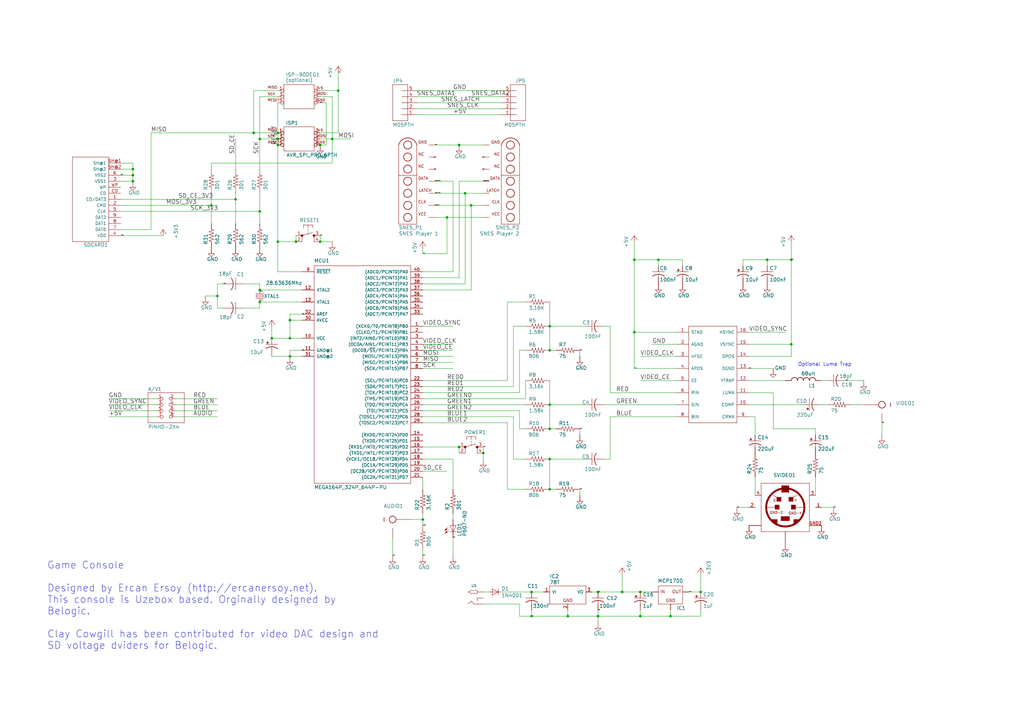
<source format=kicad_sch>
(kicad_sch (version 20231120) (generator "eeschema") (generator_version "8.0")
  (paper "User" 430.606 299.847)
  (junction (at 231.14 205.74))
  (junction (at 134.62 60.96))
  (junction (at 121.92 134.62))
  (junction (at 55.88 73.66))
  (junction (at 203.2 190.5))
  (junction (at 281.94 259.08))
  (junction (at 124.46 101.6))
  (junction (at 231.14 193.04))
  (junction (at 121.92 142.24))
  (junction (at 121.92 149.86))
  (junction (at 116.84 58.42))
  (junction (at 261.62 248.92))
  (junction (at 251.46 259.08))
  (junction (at 187.96 91.44))
  (junction (at 55.88 71.12))
  (junction (at 99.06 83.82))
  (junction (at 177.8 218.44))
  (junction (at 251.46 248.92))
  (junction (at 134.62 101.6))
  (junction (at 109.22 88.9))
  (junction (at 231.14 170.18))
  (junction (at 231.14 137.16))
  (junction (at 193.04 60.96))
  (junction (at 139.7 58.42))
  (junction (at 294.64 248.92))
  (junction (at 195.58 81.28))
  (junction (at 223.52 259.08))
  (junction (at 238.76 259.08))
  (junction (at 269.24 259.08))
  (junction (at 114.3 142.24))
  (junction (at 266.7 109.22))
  (junction (at 322.58 109.22))
  (junction (at 266.7 139.7))
  (junction (at 231.14 147.32))
  (junction (at 109.22 58.42))
  (junction (at 88.9 86.36))
  (junction (at 116.84 55.88))
  (junction (at 55.88 76.2))
  (junction (at 223.52 248.92))
  (junction (at 193.04 187.96))
  (junction (at 106.68 55.88))
  (junction (at 109.22 121.92))
  (junction (at 198.12 86.36))
  (junction (at 269.24 248.92))
  (junction (at 142.24 38.1))
  (junction (at 116.84 101.6))
  (junction (at 332.74 144.78))
  (junction (at 91.44 124.46))
  (junction (at 109.22 127))
  (junction (at 231.14 180.34))
  (junction (at 116.84 60.96))
  (junction (at 276.86 109.22))
  (junction (at 332.74 109.22))
  (wire (pts (xy 177.8 154.94) (xy 190.5 154.94)))
  (wire (pts (xy 190.5 193.04) (xy 190.5 205.74)))
  (wire (pts (xy 121.92 132.08) (xy 121.92 134.62)))
  (wire (pts (xy 109.22 129.54) (xy 109.22 127)))
  (wire (pts (xy 269.24 259.08) (xy 251.46 259.08)))
  (wire (pts (xy 276.86 109.22) (xy 266.7 109.22)))
  (wire (pts (xy 223.52 259.08) (xy 218.44 259.08)))
  (wire (pts (xy 55.88 68.58) (xy 55.88 71.12)))
  (wire (pts (xy 73.66 170.18) (xy 91.44 170.18)))
  (wire (pts (xy 124.46 99.06) (xy 124.46 101.6)))
  (wire (pts (xy 93.98 119.38) (xy 91.44 119.38)))
  (wire (pts (xy 312.42 109.22) (xy 322.58 109.22)))
  (wire (pts (xy 177.8 218.44) (xy 177.8 215.9)))
  (wire (pts (xy 50.8 99.06) (xy 68.58 99.06)))
  (wire (pts (xy 220.98 137.16) (xy 215.9 137.16)))
  (wire (pts (xy 134.62 101.6) (xy 139.7 101.6)))
  (wire (pts (xy 254 170.18) (xy 284.48 170.18)))
  (wire (pts (xy 127 134.62) (xy 121.92 134.62)))
  (wire (pts (xy 175.26 43.18) (xy 210.82 43.18)))
  (wire (pts (xy 218.44 254) (xy 203.2 254)))
  (wire (pts (xy 309.88 213.36) (xy 314.96 213.36)))
  (wire (pts (xy 193.04 60.96) (xy 203.2 60.96)))
  (wire (pts (xy 139.7 40.64) (xy 139.7 58.42)))
  (wire (pts (xy 50.8 83.82) (xy 99.06 83.82)))
  (wire (pts (xy 294.64 259.08) (xy 281.94 259.08)))
  (wire (pts (xy 228.6 248.92) (xy 223.52 248.92)))
  (wire (pts (xy 342.9 208.28) (xy 342.9 200.66)))
  (wire (pts (xy 116.84 60.96) (xy 116.84 101.6)))
  (wire (pts (xy 256.54 193.04) (xy 256.54 175.26)))
  (wire (pts (xy 210.82 248.92) (xy 223.52 248.92)))
  (wire (pts (xy 289.56 248.92) (xy 294.64 248.92)))
  (wire (pts (xy 124.46 101.6) (xy 116.84 101.6)))
  (wire (pts (xy 190.5 226.06) (xy 190.5 233.68)))
  (wire (pts (xy 121.92 134.62) (xy 121.92 142.24)))
  (wire (pts (xy 281.94 256.54) (xy 281.94 259.08)))
  (wire (pts (xy 256.54 175.26) (xy 284.48 175.26)))
  (wire (pts (xy 101.6 119.38) (xy 109.22 119.38)))
  (wire (pts (xy 231.14 127) (xy 231.14 137.16)))
  (wire (pts (xy 317.5 175.26) (xy 317.5 182.88)))
  (wire (pts (xy 213.36 127) (xy 213.36 160.02)))
  (wire (pts (xy 137.16 43.18) (xy 137.16 60.96)))
  (wire (pts (xy 251.46 259.08) (xy 251.46 261.62)))
  (wire (pts (xy 109.22 88.9) (xy 50.8 88.9)))
  (wire (pts (xy 134.62 58.42) (xy 139.7 58.42)))
  (wire (pts (xy 220.98 170.18) (xy 177.8 170.18)))
  (wire (pts (xy 142.24 38.1) (xy 142.24 55.88)))
  (wire (pts (xy 50.8 96.52) (xy 63.5 96.52)))
  (wire (pts (xy 50.8 68.58) (xy 55.88 68.58)))
  (wire (pts (xy 215.9 175.26) (xy 177.8 175.26)))
  (wire (pts (xy 322.58 109.22) (xy 332.74 109.22)))
  (wire (pts (xy 175.26 38.1) (xy 210.82 38.1)))
  (wire (pts (xy 231.14 170.18) (xy 231.14 180.34)))
  (wire (pts (xy 73.66 167.64) (xy 91.44 167.64)))
  (wire (pts (xy 175.26 40.64) (xy 190.5 40.64)))
  (wire (pts (xy 223.52 259.08) (xy 238.76 259.08)))
  (wire (pts (xy 243.84 147.32) (xy 243.84 149.86)))
  (wire (pts (xy 114.3 142.24) (xy 121.92 142.24)))
  (wire (pts (xy 99.06 93.98) (xy 99.06 83.82)))
  (wire (pts (xy 220.98 127) (xy 213.36 127)))
  (wire (pts (xy 190.5 76.2) (xy 190.5 114.3)))
  (wire (pts (xy 203.2 76.2) (xy 193.04 76.2)))
  (wire (pts (xy 314.96 139.7) (xy 330.2 139.7)))
  (wire (pts (xy 220.98 205.74) (xy 213.36 205.74)))
  (wire (pts (xy 218.44 165.1) (xy 177.8 165.1)))
  (wire (pts (xy 93.98 129.54) (xy 91.44 129.54)))
  (wire (pts (xy 322.58 109.22) (xy 322.58 111.76)))
  (wire (pts (xy 215.9 193.04) (xy 215.9 175.26)))
  (wire (pts (xy 287.02 111.76) (xy 287.02 109.22)))
  (wire (pts (xy 231.14 180.34) (xy 233.68 180.34)))
  (wire (pts (xy 109.22 88.9) (xy 109.22 81.28)))
  (wire (pts (xy 177.8 147.32) (xy 190.5 147.32)))
  (wire (pts (xy 175.26 45.72) (xy 210.82 45.72)))
  (wire (pts (xy 256.54 165.1) (xy 284.48 165.1)))
  (wire (pts (xy 246.38 137.16) (xy 231.14 137.16)))
  (wire (pts (xy 203.2 187.96) (xy 203.2 190.5)))
  (wire (pts (xy 177.8 106.68) (xy 187.96 106.68)))
  (wire (pts (xy 314.96 144.78) (xy 332.74 144.78)))
  (wire (pts (xy 370.84 177.8) (xy 370.84 182.88)))
  (wire (pts (xy 99.06 83.82) (xy 99.06 81.28)))
  (wire (pts (xy 251.46 256.54) (xy 251.46 259.08)))
  (wire (pts (xy 218.44 259.08) (xy 218.44 254)))
  (wire (pts (xy 172.72 218.44) (xy 177.8 218.44)))
  (wire (pts (xy 66.04 175.26) (xy 45.72 175.26)))
  (wire (pts (xy 50.8 76.2) (xy 55.88 76.2)))
  (wire (pts (xy 266.7 139.7) (xy 266.7 154.94)))
  (wire (pts (xy 284.48 160.02) (xy 269.24 160.02)))
  (wire (pts (xy 332.74 149.86) (xy 332.74 144.78)))
  (wire (pts (xy 137.16 60.96) (xy 134.62 60.96)))
  (wire (pts (xy 134.62 40.64) (xy 139.7 40.64)))
  (wire (pts (xy 218.44 180.34) (xy 218.44 172.72)))
  (wire (pts (xy 139.7 68.58) (xy 139.7 58.42)))
  (wire (pts (xy 121.92 147.32) (xy 121.92 149.86)))
  (wire (pts (xy 248.92 248.92) (xy 251.46 248.92)))
  (wire (pts (xy 50.8 73.66) (xy 55.88 73.66)))
  (wire (pts (xy 190.5 114.3) (xy 177.8 114.3)))
  (wire (pts (xy 332.74 144.78) (xy 332.74 109.22)))
  (wire (pts (xy 314.96 160.02) (xy 330.2 160.02)))
  (wire (pts (xy 231.14 193.04) (xy 231.14 205.74)))
  (wire (pts (xy 88.9 71.12) (xy 88.9 68.58)))
  (wire (pts (xy 63.5 55.88) (xy 106.68 55.88)))
  (wire (pts (xy 363.22 170.18) (xy 358.14 170.18)))
  (wire (pts (xy 195.58 119.38) (xy 177.8 119.38)))
  (wire (pts (xy 91.44 119.38) (xy 91.44 124.46)))
  (wire (pts (xy 106.68 55.88) (xy 116.84 55.88)))
  (wire (pts (xy 142.24 30.48) (xy 142.24 38.1)))
  (wire (pts (xy 223.52 259.08) (xy 223.52 256.54)))
  (wire (pts (xy 175.26 48.26) (xy 210.82 48.26)))
  (wire (pts (xy 213.36 177.8) (xy 177.8 177.8)))
  (wire (pts (xy 109.22 93.98) (xy 109.22 88.9)))
  (wire (pts (xy 195.58 81.28) (xy 203.2 81.28)))
  (wire (pts (xy 177.8 152.4) (xy 190.5 152.4)))
  (wire (pts (xy 314.96 175.26) (xy 317.5 175.26)))
  (wire (pts (xy 182.88 60.96) (xy 193.04 60.96)))
  (wire (pts (xy 355.6 160.02) (xy 363.22 160.02)))
  (wire (pts (xy 294.64 256.54) (xy 294.64 259.08)))
  (wire (pts (xy 177.8 137.16) (xy 190.5 137.16)))
  (wire (pts (xy 215.9 162.56) (xy 177.8 162.56)))
  (wire (pts (xy 63.5 96.52) (xy 63.5 55.88)))
  (wire (pts (xy 256.54 137.16) (xy 256.54 165.1)))
  (wire (pts (xy 66.04 167.64) (xy 45.72 167.64)))
  (wire (pts (xy 134.62 38.1) (xy 142.24 38.1)))
  (wire (pts (xy 215.9 137.16) (xy 215.9 162.56)))
  (wire (pts (xy 193.04 116.84) (xy 177.8 116.84)))
  (wire (pts (xy 127 127) (xy 109.22 127)))
  (wire (pts (xy 55.88 71.12) (xy 55.88 73.66)))
  (wire (pts (xy 73.66 172.72) (xy 91.44 172.72)))
  (wire (pts (xy 251.46 248.92) (xy 261.62 248.92)))
  (wire (pts (xy 314.96 149.86) (xy 332.74 149.86)))
  (wire (pts (xy 109.22 71.12) (xy 109.22 58.42)))
  (wire (pts (xy 142.24 55.88) (xy 134.62 55.88)))
  (wire (pts (xy 266.7 101.6) (xy 266.7 109.22)))
  (wire (pts (xy 243.84 180.34) (xy 243.84 182.88)))
  (wire (pts (xy 73.66 175.26) (xy 91.44 175.26)))
  (wire (pts (xy 182.88 81.28) (xy 195.58 81.28)))
  (wire (pts (xy 177.8 144.78) (xy 190.5 144.78)))
  (wire (pts (xy 314.96 170.18) (xy 337.82 170.18)))
  (wire (pts (xy 243.84 205.74) (xy 243.84 208.28)))
  (wire (pts (xy 190.5 215.9) (xy 190.5 218.44)))
  (wire (pts (xy 127 114.3) (xy 116.84 114.3)))
  (wire (pts (xy 109.22 58.42) (xy 116.84 58.42)))
  (wire (pts (xy 177.8 198.12) (xy 187.96 198.12)))
  (wire (pts (xy 177.8 149.86) (xy 190.5 149.86)))
  (wire (pts (xy 213.36 160.02) (xy 177.8 160.02)))
  (wire (pts (xy 116.84 43.18) (xy 116.84 55.88)))
  (wire (pts (xy 312.42 111.76) (xy 312.42 109.22)))
  (wire (pts (xy 134.62 43.18) (xy 137.16 43.18)))
  (wire (pts (xy 187.96 91.44) (xy 203.2 91.44)))
  (wire (pts (xy 325.12 165.1) (xy 325.12 180.34)))
  (wire (pts (xy 246.38 193.04) (xy 231.14 193.04)))
  (wire (pts (xy 88.9 86.36) (xy 88.9 93.98)))
  (wire (pts (xy 195.58 81.28) (xy 195.58 119.38)))
  (wire (pts (xy 231.14 137.16) (xy 231.14 147.32)))
  (wire (pts (xy 182.88 86.36) (xy 198.12 86.36)))
  (wire (pts (xy 121.92 142.24) (xy 127 142.24)))
  (wire (pts (xy 116.84 40.64) (xy 109.22 40.64)))
  (wire (pts (xy 287.02 109.22) (xy 276.86 109.22)))
  (wire (pts (xy 254 193.04) (xy 256.54 193.04)))
  (wire (pts (xy 177.8 205.74) (xy 177.8 200.66)))
  (wire (pts (xy 139.7 58.42) (xy 147.32 58.42)))
  (wire (pts (xy 121.92 149.86) (xy 127 149.86)))
  (wire (pts (xy 165.1 233.68) (xy 165.1 226.06)))
  (wire (pts (xy 342.9 180.34) (xy 342.9 182.88)))
  (wire (pts (xy 193.04 187.96) (xy 193.04 190.5)))
  (wire (pts (xy 350.52 213.36) (xy 345.44 213.36)))
  (wire (pts (xy 205.74 248.92) (xy 203.2 248.92)))
  (wire (pts (xy 317.5 208.28) (xy 317.5 200.66)))
  (wire (pts (xy 294.64 241.3) (xy 294.64 248.92)))
  (wire (pts (xy 116.84 58.42) (xy 116.84 60.96)))
  (wire (pts (xy 251.46 259.08) (xy 238.76 259.08)))
  (wire (pts (xy 220.98 193.04) (xy 215.9 193.04)))
  (wire (pts (xy 210.82 40.64) (xy 198.12 40.64)))
  (wire (pts (xy 198.12 86.36) (xy 203.2 86.36)))
  (wire (pts (xy 284.48 139.7) (xy 266.7 139.7)))
  (wire (pts (xy 345.44 160.02) (xy 347.98 160.02)))
  (wire (pts (xy 109.22 40.64) (xy 109.22 58.42)))
  (wire (pts (xy 88.9 68.58) (xy 139.7 68.58)))
  (wire (pts (xy 274.32 144.78) (xy 284.48 144.78)))
  (wire (pts (xy 220.98 180.34) (xy 218.44 180.34)))
  (wire (pts (xy 218.44 172.72) (xy 177.8 172.72)))
  (wire (pts (xy 220.98 167.64) (xy 177.8 167.64)))
  (wire (pts (xy 325.12 180.34) (xy 342.9 180.34)))
  (wire (pts (xy 231.14 147.32) (xy 233.68 147.32)))
  (wire (pts (xy 106.68 38.1) (xy 106.68 55.88)))
  (wire (pts (xy 266.7 154.94) (xy 284.48 154.94)))
  (wire (pts (xy 116.84 55.88) (xy 116.84 58.42)))
  (wire (pts (xy 182.88 91.44) (xy 187.96 91.44)))
  (wire (pts (xy 276.86 111.76) (xy 276.86 109.22)))
  (wire (pts (xy 332.74 101.6) (xy 332.74 109.22)))
  (wire (pts (xy 261.62 241.3) (xy 261.62 248.92)))
  (wire (pts (xy 177.8 104.14) (xy 177.8 106.68)))
  (wire (pts (xy 88.9 81.28) (xy 88.9 86.36)))
  (wire (pts (xy 231.14 160.02) (xy 231.14 170.18)))
  (wire (pts (xy 66.04 172.72) (xy 45.72 172.72)))
  (wire (pts (xy 177.8 220.98) (xy 177.8 218.44)))
  (wire (pts (xy 91.44 124.46) (xy 86.36 124.46)))
  (wire (pts (xy 203.2 190.5) (xy 203.2 193.04)))
  (wire (pts (xy 127 147.32) (xy 121.92 147.32)))
  (wire (pts (xy 314.96 154.94) (xy 325.12 154.94)))
  (wire (pts (xy 182.88 76.2) (xy 190.5 76.2)))
  (wire (pts (xy 284.48 149.86) (xy 269.24 149.86)))
  (wire (pts (xy 134.62 99.06) (xy 134.62 101.6)))
  (wire (pts (xy 114.3 149.86) (xy 121.92 149.86)))
  (wire (pts (xy 274.32 248.92) (xy 269.24 248.92)))
  (wire (pts (xy 91.44 129.54) (xy 91.44 124.46)))
  (wire (pts (xy 231.14 205.74) (xy 233.68 205.74)))
  (wire (pts (xy 116.84 38.1) (xy 106.68 38.1)))
  (wire (pts (xy 246.38 170.18) (xy 231.14 170.18)))
  (wire (pts (xy 55.88 73.66) (xy 55.88 76.2)))
  (wire (pts (xy 198.12 86.36) (xy 198.12 121.92)))
  (wire (pts (xy 213.36 205.74) (xy 213.36 177.8)))
  (wire (pts (xy 281.94 259.08) (xy 269.24 259.08)))
  (wire (pts (xy 114.3 137.16) (xy 114.3 142.24)))
  (wire (pts (xy 88.9 86.36) (xy 50.8 86.36)))
  (wire (pts (xy 269.24 256.54) (xy 269.24 259.08)))
  (wire (pts (xy 177.8 193.04) (xy 190.5 193.04)))
  (wire (pts (xy 269.24 248.92) (xy 261.62 248.92)))
  (wire (pts (xy 314.96 165.1) (xy 325.12 165.1)))
  (wire (pts (xy 127 132.08) (xy 121.92 132.08)))
  (wire (pts (xy 193.04 76.2) (xy 193.04 116.84)))
  (wire (pts (xy 177.8 233.68) (xy 177.8 231.14)))
  (wire (pts (xy 177.8 187.96) (xy 193.04 187.96)))
  (wire (pts (xy 218.44 147.32) (xy 218.44 165.1)))
  (wire (pts (xy 266.7 109.22) (xy 266.7 139.7)))
  (wire (pts (xy 116.84 114.3) (xy 116.84 101.6)))
  (wire (pts (xy 109.22 119.38) (xy 109.22 121.92)))
  (wire (pts (xy 220.98 147.32) (xy 218.44 147.32)))
  (wire (pts (xy 187.96 106.68) (xy 187.96 91.44)))
  (wire (pts (xy 109.22 121.92) (xy 127 121.92)))
  (wire (pts (xy 50.8 71.12) (xy 55.88 71.12)))
  (wire (pts (xy 99.06 71.12) (xy 99.06 58.42)))
  (wire (pts (xy 66.04 170.18) (xy 45.72 170.18)))
  (wire (pts (xy 220.98 160.02) (xy 220.98 167.64)))
  (wire (pts (xy 101.6 129.54) (xy 109.22 129.54)))
  (wire (pts (xy 238.76 256.54) (xy 238.76 259.08)))
  (wire (pts (xy 345.44 170.18) (xy 347.98 170.18)))
  (wire (pts (xy 254 137.16) (xy 256.54 137.16)))
  (wire (pts (xy 198.12 121.92) (xy 177.8 121.92)))
  (text "Optional Luma Trap" (at 335.534 154.178 0) (effects (font (size 1.4986 1.4986)) (justify left bottom)))
  (text "Game Console\n\nDesigned by Ercan Ersoy (http://ercanersoy.net).\nThis console is Uzebox based. Orginally designed by\nBelogic.\n\nClay Cowgill has been contributed for video DAC design and\nSD voltage dviders for Belogic." (at 19.812 273.304 0) (effects (font (size 2.9972 2.9972)) (justify left bottom)))
  (label "GND" (at 350.52 213.36 0) (effects (font (size 0.254 0.254))))
  (label "MOSI_3V3" (at 69.85 86.36 0) (effects (font (size 1.778 1.778))))
  (label "GND" (at 190.5 38.1 0) (effects (font (size 1.778 1.778))))
  (label "GND" (at 93.98 119.38 0) (effects (font (size 0.254 0.254))))
  (label "GREEN" (at 259.08 170.18 0) (effects (font (size 1.778 1.778))))
  (label "VIDEO_CE" (at 177.8 147.32 0) (effects (font (size 1.778 1.778))))
  (label "+5V" (at 177.8 106.68 0) (effects (font (size 0.254 0.254))))
  (label "SD_CE_3V3" (at 74.93 83.82 0) (effects (font (size 1.778 1.778))))
  (label "BLUE1" (at 187.96 175.26 0) (effects (font (size 1.778 1.778))))
  (label "GREEN" (at 81.28 170.18 0) (effects (font (size 1.778 1.778))))
  (label "RESET" (at 116.84 60.96 90) (effects (font (size 1.778 1.778))))
  (label "VIDEO_SYNC" (at 45.72 170.18 0) (effects (font (size 1.778 1.778))))
  (label "RED" (at 259.08 165.1 0) (effects (font (size 1.778 1.778))))
  (label "GND" (at 309.88 213.36 0) (effects (font (size 0.254 0.254))))
  (label "RED" (at 81.28 167.64 0) (effects (font (size 1.778 1.778))))
  (label "SD_CE" (at 177.8 198.12 0) (effects (font (size 1.778 1.778))))
  (label "+5V" (at 127 132.08 0) (effects (font (size 0.254 0.254))))
  (label "GND" (at 190.5 226.06 0) (effects (font (size 0.254 0.254))))
  (label "MISO" (at 177.8 152.4 0) (effects (font (size 1.778 1.778))))
  (label "SD_CE" (at 99.06 64.77 90) (effects (font (size 1.778 1.778))))
  (label "MISO" (at 63.5 55.88 0) (effects (font (size 1.778 1.778))))
  (label "MOSI" (at 142.24 58.42 0) (effects (font (size 1.778 1.778))))
  (label "+5V" (at 45.72 175.26 0) (effects (font (size 1.778 1.778))))
  (label "+5V" (at 332.74 109.22 0) (effects (font (size 0.254 0.254))))
  (label "SNES_DATA1" (at 175.26 40.64 0) (effects (font (size 1.778 1.778))))
  (label "BLUE" (at 259.08 175.26 0) (effects (font (size 1.778 1.778))))
  (label "SCK" (at 177.8 154.94 0) (effects (font (size 1.778 1.778))))
  (label "GND" (at 134.62 43.18 0) (effects (font (size 0.254 0.254))))
  (label "SCK" (at 109.22 64.77 90) (effects (font (size 1.778 1.778))))
  (label "GND" (at 243.84 147.32 0) (effects (font (size 0.254 0.254))))
  (label "VIDEO_CLK" (at 269.24 149.86 0) (effects (font (size 1.778 1.778))))
  (label "RED1" (at 187.96 162.56 0) (effects (font (size 1.778 1.778))))
  (label "GND" (at 251.46 256.54 0) (effects (font (size 0.254 0.254))))
  (label "+5V" (at 251.46 248.92 0) (effects (font (size 0.254 0.254))))
  (label "SNES_DATA1" (at 182.88 76.2 0) (effects (font (size 0.254 0.254))))
  (label "+5V" (at 190.5 48.26 0) (effects (font (size 1.778 1.778))))
  (label "SNES_DATA2" (at 198.12 40.64 0) (effects (font (size 1.778 1.778))))
  (label "BLUE2" (at 187.96 177.8 0) (effects (font (size 1.778 1.778))))
  (label "GND" (at 165.1 233.68 0) (effects (font (size 0.254 0.254))))
  (label "GND" (at 182.88 60.96 0) (effects (font (size 0.254 0.254))))
  (label "RED2" (at 187.96 165.1 0) (effects (font (size 1.778 1.778))))
  (label "GND" (at 177.8 233.68 0) (effects (font (size 0.254 0.254))))
  (label "+5V" (at 266.7 154.94 0) (effects (font (size 0.254 0.254))))
  (label "GND" (at 370.84 177.8 0) (effects (font (size 0.254 0.254))))
  (label "+3V3" (at 50.8 99.06 0) (effects (font (size 0.254 0.254))))
  (label "GREEN1" (at 187.96 170.18 0) (effects (font (size 1.778 1.778))))
  (label "GND" (at 314.96 154.94 0) (effects (font (size 0.254 0.254))))
  (label "AUDIO" (at 177.8 220.98 0) (effects (font (size 0.254 0.254))))
  (label "VIDEO_SYNC" (at 314.96 139.7 0) (effects (font (size 1.778 1.778))))
  (label "GREEN2" (at 187.96 172.72 0) (effects (font (size 1.778 1.778))))
  (label "VIDEO_CLK" (at 45.72 172.72 0) (effects (font (size 1.778 1.778))))
  (label "SNES_CLK" (at 187.96 45.72 0) (effects (font (size 1.778 1.778))))
  (label "SNES_LATCH" (at 182.88 81.28 0) (effects (font (size 0.254 0.254))))
  (label "RED0" (at 187.96 160.02 0) (effects (font (size 1.778 1.778))))
  (label "GND" (at 355.6 160.02 0) (effects (font (size 0.254 0.254))))
  (label "GREEN0" (at 187.96 167.64 0) (effects (font (size 1.778 1.778))))
  (label "GND" (at 274.32 144.78 0) (effects (font (size 1.778 1.778))))
  (label "GND" (at 127 147.32 0) (effects (font (size 0.254 0.254))))
  (label "+5V" (at 142.24 30.48 0) (effects (font (size 0.254 0.254))))
  (label "GND" (at 50.8 73.66 0) (effects (font (size 0.254 0.254))))
  (label "VIDEO_CE" (at 269.24 160.02 0) (effects (font (size 1.778 1.778))))
  (label "GND" (at 203.2 187.96 0) (effects (font (size 0.254 0.254))))
  (label "SCK_3V3" (at 80.01 88.9 0) (effects (font (size 1.778 1.778))))
  (label "GND" (at 243.84 205.74 0) (effects (font (size 0.254 0.254))))
  (label "SNES_DATA2" (at 203.2 76.2 0) (effects (font (size 0.254 0.254))))
  (label "GND" (at 134.62 99.06 0) (effects (font (size 0.254 0.254))))
  (label "BLUE" (at 81.28 172.72 0) (effects (font (size 1.778 1.778))))
  (label "+3V3" (at 289.56 248.92 0) (effects (font (size 0.254 0.254))))
  (label "GND" (at 45.72 167.64 0) (effects (font (size 1.778 1.778))))
  (label "AUDIO" (at 81.28 175.26 0) (effects (font (size 1.778 1.778))))
  (label "VIDEO_SYNC" (at 177.8 137.16 0) (effects (font (size 1.778 1.778))))
  (label "MOSI" (at 177.8 149.86 0) (effects (font (size 1.778 1.778))))
  (label "SNES_CLK" (at 182.88 86.36 0) (effects (font (size 0.254 0.254))))
  (label "VIDEO_CLK" (at 177.8 144.78 0) (effects (font (size 1.778 1.778))))
  (label "GND" (at 243.84 180.34 0) (effects (font (size 0.254 0.254))))
  (label "SNES_LATCH" (at 185.42 43.18 0) (effects (font (size 1.778 1.778))))
  (symbol (lib_id "Game-Console:+5V-Uzebox_Game_Console_F5-eagle-import") (at 332.74 99.06 0) (unit 1)
    (property "Reference" "#P+03" (effects (hide yes)))
    (property "Value" "+5V" (at 330.2 104.14 90) (effects (font (size 1.4986 1.4986)) (justify left bottom)))
  )
  (symbol (lib_id "Game-Console:MCP1700INLINE-Uzebox_Game_Console_F5-eagle-import") (at 281.94 248.92 0) (unit 1)
    (property "Reference" "IC1" (at 284.48 256.54 0) (effects (font (size 1.4986 1.4986)) (justify left bottom)))
    (property "Value" "MCP1700" (at 276.606 245.11 0) (effects (font (size 1.4986 1.4986)) (justify left bottom)))
    (property "Footprint" "Uzebox Game Console F5:TO92-INLINE" (effects (hide yes)))
    (property "DPN" "MCP1700-3302E/TO-ND" (effects (hide yes)))
  )
  (symbol (lib_id "Game-Console:GND-Uzebox_Game_Console_F5-eagle-import") (at 190.5 236.22 0) (unit 1)
    (property "Reference" "#SUPPLY029" (effects (hide yes)))
    (property "Value" "GND" (at 188.595 239.395 0) (effects (font (size 1.4986 1.4986)) (justify left bottom)))
  )
  (symbol (lib_id "Game-Console:R-US_0207_10-Uzebox_Game_Console_F5-eagle-import") (at 99.06 76.2 90) (unit 1)
    (property "Reference" "R26" (at 97.5614 80.01 0) (effects (font (size 1.4986 1.4986)) (justify left bottom)))
    (property "Value" "301" (at 102.362 80.01 0) (effects (font (size 1.4986 1.4986)) (justify left bottom)))
    (property "Footprint" "Uzebox Game Console F5:0207_10" (effects (hide yes)))
  )
  (symbol (lib_id "Game-Console:GND-Uzebox_Game_Console_F5-eagle-import") (at 370.84 185.42 0) (unit 1)
    (property "Reference" "#SUPPLY013" (effects (hide yes)))
    (property "Value" "GND" (at 368.935 188.595 0) (effects (font (size 1.4986 1.4986)) (justify left bottom)))
  )
  (symbol (lib_id "Game-Console:GND-Uzebox_Game_Console_F5-eagle-import") (at 177.8 236.22 0) (unit 1)
    (property "Reference" "#SUPPLY020" (effects (hide yes)))
    (property "Value" "GND" (at 175.895 239.395 0) (effects (font (size 1.4986 1.4986)) (justify left bottom)))
  )
  (symbol (lib_id "Game-Console:C-US025-025X050-Uzebox_Game_Console_F5-eagle-import") (at 248.92 137.16 90) (unit 1)
    (property "Reference" "C3" (at 244.856 136.525 90) (effects (font (size 1.4986 1.4986)) (justify right top)))
    (property "Value" "100nF" (at 252.984 140.589 90) (effects (font (size 1.4986 1.4986)) (justify left bottom)))
    (property "Footprint" "Uzebox Game Console F5:C025-025X050" (effects (hide yes)))
  )
  (symbol (lib_id "Game-Console:C-US025-025X050-Uzebox_Game_Console_F5-eagle-import") (at 99.06 129.54 270) (unit 1)
    (property "Reference" "C2" (at 99.568 133.985 90) (effects (font (size 1.4986 1.4986)) (justify left bottom)))
    (property "Value" "18pF" (at 92.202 134.239 90) (effects (font (size 1.4986 1.4986)) (justify left bottom)))
    (property "Footprint" "Uzebox Game Console F5:C025-025X050" (effects (hide yes)))
  )
  (symbol (lib_id "Game-Console:LED3MM-Uzebox_Game_Console_F5-eagle-import") (at 190.5 220.98 0) (unit 1)
    (property "Reference" "LED1" (at 194.056 225.552 90) (effects (font (size 1.4986 1.4986)) (justify left bottom)))
    (property "Value" "P607-ND" (at 196.215 225.552 90) (effects (font (size 1.4986 1.4986)) (justify left bottom)))
    (property "Footprint" "Uzebox Game Console F5:LED3MM" (effects (hide yes)))
  )
  (symbol (lib_id "Game-Console:C-US025-025X050-Uzebox_Game_Console_F5-eagle-import") (at 350.52 160.02 90) (unit 1)
    (property "Reference" "C18" (at 358.394 160.909 90) (effects (font (size 1.4986 1.4986)) (justify left bottom)))
    (property "Value" "18pF" (at 358.648 157.353 90) (effects (font (size 1.4986 1.4986)) (justify left bottom)))
    (property "Footprint" "Uzebox Game Console F5:C025-025X050" (effects (hide yes)))
  )
  (symbol (lib_id "Game-Console:MEGA164P_324P_644P-PU-Uzebox_Game_Console_F5-eagle-import") (at 152.4 157.48 0) (unit 1)
    (property "Reference" "MCU1" (at 132.08 110.49 0) (effects (font (size 1.4986 1.4986)) (justify left bottom)))
    (property "Value" "MEGA164P_324P_644P-PU" (at 132.08 205.74 0) (effects (font (size 1.4986 1.4986)) (justify left bottom)))
    (property "Footprint" "Uzebox Game Console F5:DIL40" (effects (hide yes)))
  )
  (symbol (lib_id "Game-Console:R-US_0207_10-Uzebox_Game_Console_F5-eagle-import") (at 226.06 147.32 0) (unit 1)
    (property "Reference" "R6" (at 222.25 145.8214 0) (effects (font (size 1.4986 1.4986)) (justify left bottom)))
    (property "Value" "806" (at 222.25 150.622 0) (effects (font (size 1.4986 1.4986)) (justify left bottom)))
    (property "Footprint" "Uzebox Game Console F5:0207_10" (effects (hide yes)))
  )
  (symbol (lib_id "Game-Console:R-US_0207_10-Uzebox_Game_Console_F5-eagle-import") (at 177.8 210.82 90) (unit 1)
    (property "Reference" "R22" (at 176.3014 214.63 0) (effects (font (size 1.4986 1.4986)) (justify left bottom)))
    (property "Value" "3.16K" (at 181.102 214.63 0) (effects (font (size 1.4986 1.4986)) (justify left bottom)))
    (property "Footprint" "Uzebox Game Console F5:0207_10" (effects (hide yes)))
  )
  (symbol (lib_id "Game-Console:+5V-Uzebox_Game_Console_F5-eagle-import") (at 266.7 99.06 0) (unit 1)
    (property "Reference" "#P+05" (effects (hide yes)))
    (property "Value" "+5V" (at 264.16 104.14 90) (effects (font (size 1.4986 1.4986)) (justify left bottom)))
  )
  (symbol (lib_id "Game-Console:GND-Uzebox_Game_Console_F5-eagle-import") (at 243.84 185.42 0) (unit 1)
    (property "Reference" "#SUPPLY02" (effects (hide yes)))
    (property "Value" "GND" (at 241.935 188.595 0) (effects (font (size 1.4986 1.4986)) (justify left bottom)))
  )
  (symbol (lib_id "Game-Console:C-US025-025X050-Uzebox_Game_Console_F5-eagle-import") (at 248.92 170.18 90) (unit 1)
    (property "Reference" "C4" (at 247.904 168.275 90) (effects (font (size 1.4986 1.4986)) (justify left bottom)))
    (property "Value" "100nF" (at 252.984 173.609 90) (effects (font (size 1.4986 1.4986)) (justify left bottom)))
    (property "Footprint" "Uzebox Game Console F5:C025-025X050" (effects (hide yes)))
  )
  (symbol (lib_id "Game-Console:GND-Uzebox_Game_Console_F5-eagle-import") (at 345.44 223.52 0) (unit 1)
    (property "Reference" "#SUPPLY033" (effects (hide yes)))
    (property "Value" "GND" (at 343.535 226.695 0) (effects (font (size 1.4986 1.4986)) (justify left bottom)))
  )
  (symbol (lib_id "Game-Console:R-US_0207_10-Uzebox_Game_Console_F5-eagle-import") (at 238.76 147.32 0) (unit 1)
    (property "Reference" "R7" (at 234.95 145.8214 0) (effects (font (size 1.4986 1.4986)) (justify left bottom)))
    (property "Value" "75" (at 234.95 150.622 0) (effects (font (size 1.4986 1.4986)) (justify left bottom)))
    (property "Footprint" "Uzebox Game Console F5:0207_10" (effects (hide yes)))
  )
  (symbol (lib_id "Game-Console:R-US_0207_10-Uzebox_Game_Console_F5-eagle-import") (at 342.9 195.58 90) (unit 1)
    (property "Reference" "R25" (at 341.4014 199.39 0) (effects (font (size 1.4986 1.4986)) (justify left bottom)))
    (property "Value" "75" (at 346.202 199.39 0) (effects (font (size 1.4986 1.4986)) (justify left bottom)))
    (property "Footprint" "Uzebox Game Console F5:0207_10" (effects (hide yes)))
  )
  (symbol (lib_id "Game-Console:R-US_0207_10-Uzebox_Game_Console_F5-eagle-import") (at 238.76 205.74 0) (unit 1)
    (property "Reference" "R19" (at 234.95 204.2414 0) (effects (font (size 1.4986 1.4986)) (justify left bottom)))
    (property "Value" "75" (at 234.95 209.042 0) (effects (font (size 1.4986 1.4986)) (justify left bottom)))
    (property "Footprint" "Uzebox Game Console F5:0207_10" (effects (hide yes)))
  )
  (symbol (lib_id "Game-Console:+3V3-Uzebox_Game_Console_F5-eagle-import") (at 294.64 238.76 0) (unit 1)
    (property "Reference" "#+3V01" (effects (hide yes)))
    (property "Value" "+3V3" (at 297.18 235.712 90) (effects (font (size 1.4986 1.4986)) (justify right top)))
  )
  (symbol (lib_id "Game-Console:GND-Uzebox_Game_Console_F5-eagle-import") (at 99.06 106.68 0) (unit 1)
    (property "Reference" "#SUPPLY025" (effects (hide yes)))
    (property "Value" "GND" (at 97.155 109.855 0) (effects (font (size 1.4986 1.4986)) (justify left bottom)))
  )
  (symbol (lib_id "Game-Console:C-US025-025X050-Uzebox_Game_Console_F5-eagle-import") (at 223.52 251.46 0) (unit 1)
    (property "Reference" "C11" (at 221.742 247.269 0) (effects (font (size 1.4986 1.4986)) (justify left bottom)))
    (property "Value" "330nF" (at 224.028 255.651 0) (effects (font (size 1.4986 1.4986)) (justify left bottom)))
    (property "Footprint" "Uzebox Game Console F5:C025-025X050" (effects (hide yes)))
  )
  (symbol (lib_id "Game-Console:M05PTH-Uzebox_Game_Console_F5-eagle-import") (at 167.64 43.18 0) (unit 1)
    (property "Reference" "JP4" (at 165.1 34.798 0) (effects (font (size 1.4986 1.4986)) (justify left bottom)))
    (property "Value" "M05PTH" (at 165.1 53.34 0) (effects (font (size 1.4986 1.4986)) (justify left bottom)))
    (property "Footprint" "Uzebox Game Console F5:1X05" (effects (hide yes)))
  )
  (symbol (lib_id "Game-Console:C-US025-025X050-Uzebox_Game_Console_F5-eagle-import") (at 251.46 251.46 0) (unit 1)
    (property "Reference" "C12" (at 255.016 252.349 0) (effects (font (size 1.4986 1.4986)) (justify left bottom)))
    (property "Value" "100nF" (at 251.968 255.651 0) (effects (font (size 1.4986 1.4986)) (justify left bottom)))
    (property "Footprint" "Uzebox Game Console F5:C025-025X050" (effects (hide yes)))
  )
  (symbol (lib_id "Game-Console:SD_CARD_SOCKET4UCON-Uzebox_Game_Console_F5-eagle-import") (at 38.1 83.82 180) (unit 1)
    (property "Reference" "SDCARD1" (at 45.466 102.108 0) (effects (font (size 1.4986 1.4986)) (justify left bottom)))
    (property "Value" "SD_CARD_SOCKET4UCON" (effects (hide yes)))
    (property "Footprint" "Uzebox Game Console F5:SDCARD_4UCONN" (effects (hide yes)))
  )
  (symbol (lib_id "Game-Console:CPOL-USE2.5-6-Uzebox_Game_Console_F5-eagle-import") (at 342.9 185.42 0) (unit 1)
    (property "Reference" "C15" (at 343.916 184.785 0) (effects (font (size 1.4986 1.4986)) (justify left bottom)))
    (property "Value" "220uF" (at 343.916 189.611 0) (effects (font (size 1.4986 1.4986)) (justify left bottom)))
    (property "Footprint" "Uzebox Game Console F5:E2,5-6" (effects (hide yes)))
  )
  (symbol (lib_id "Game-Console:TAC_SWITCHPTH-Uzebox_Game_Console_F5-eagle-import") (at 129.54 99.06 0) (unit 1)
    (property "Reference" "RESET1" (at 125.984 93.472 0) (effects (font (size 1.4986 1.4986)) (justify left bottom)))
    (property "Value" "RESET" (effects (hide yes)))
    (property "Footprint" "Uzebox Game Console F5:TACTILE-PTH" (effects (hide yes)))
    (property "PN" "P8006S-ND" (effects (hide yes)))
  )
  (symbol (lib_id "Game-Console:78T-Uzebox_Game_Console_F5-eagle-import") (at 238.76 248.92 0) (unit 1)
    (property "Reference" "IC2" (at 231.14 243.205 0) (effects (font (size 1.4986 1.4986)) (justify left bottom)))
    (property "Value" "78T" (at 231.14 245.745 0) (effects (font (size 1.4986 1.4986)) (justify left bottom)))
    (property "Footprint" "Uzebox Game Console F5:TO220H" (effects (hide yes)))
    (property "DPN" "LM7805ACT-ND" (effects (hide yes)))
  )
  (symbol (lib_id "Game-Console:C-US025-025X050-Uzebox_Game_Console_F5-eagle-import") (at 99.06 119.38 270) (unit 1)
    (property "Reference" "C1" (at 99.568 116.205 90) (effects (font (size 1.4986 1.4986)) (justify left bottom)))
    (property "Value" "18pF" (at 91.948 115.951 90) (effects (font (size 1.4986 1.4986)) (justify left bottom)))
    (property "Footprint" "Uzebox Game Console F5:C025-025X050" (effects (hide yes)))
  )
  (symbol (lib_id "Game-Console:GND-Uzebox_Game_Console_F5-eagle-import") (at 330.2 231.14 0) (unit 1)
    (property "Reference" "#SUPPLY034" (effects (hide yes)))
    (property "Value" "GND" (at 328.295 234.315 0) (effects (font (size 1.4986 1.4986)) (justify left bottom)))
  )
  (symbol (lib_id "Game-Console:R-US_0207_10-Uzebox_Game_Console_F5-eagle-import") (at 88.9 99.06 90) (unit 1)
    (property "Reference" "R31" (at 87.4014 102.87 0) (effects (font (size 1.4986 1.4986)) (justify left bottom)))
    (property "Value" "562" (at 92.202 102.87 0) (effects (font (size 1.4986 1.4986)) (justify left bottom)))
    (property "Footprint" "Uzebox Game Console F5:0207_10" (effects (hide yes)))
  )
  (symbol (lib_id "Game-Console:SNES_CONNECTOR-Uzebox_Game_Console_F5-eagle-import") (at 215.9 63.5 0) (mirror y) (unit 1)
    (property "Reference" "SNES_P2" (at 218.44 96.52 0) (effects (font (size 1.4986 1.4986)) (justify left bottom)))
    (property "Value" "SNES Player 2" (at 218.44 99.06 0) (effects (font (size 1.4986 1.4986)) (justify left bottom)))
    (property "Footprint" "Uzebox Game Console F5:SNES_CONNECTOR" (effects (hide yes)))
  )
  (symbol (lib_id "Game-Console:AVR_SPI_PRG_6PTH-Uzebox_Game_Console_F5-eagle-import") (at 124.46 40.64 0) (unit 1)
    (property "Reference" "ISP-90DEG1" (at 120.142 32.258 0) (effects (font (size 1.4986 1.4986)) (justify left bottom)))
    (property "Value" "(optional)" (at 120.142 34.544 0) (effects (font (size 1.4986 1.4986)) (justify left bottom)))
    (property "Footprint" "Uzebox Game Console F5:2X3" (effects (hide yes)))
    (property "PN" "609-2436-ND" (effects (hide yes)))
  )
  (symbol (lib_id "Game-Console:GND-Uzebox_Game_Console_F5-eagle-import") (at 309.88 215.9 0) (unit 1)
    (property "Reference" "#SUPPLY030" (effects (hide yes)))
    (property "Value" "GND" (at 307.975 219.075 0) (effects (font (size 1.4986 1.4986)) (justify left bottom)))
  )
  (symbol (lib_id "Game-Console:R-US_0207_10-Uzebox_Game_Console_F5-eagle-import") (at 226.06 160.02 0) (unit 1)
    (property "Reference" "R8" (at 222.25 158.5214 0) (effects (font (size 1.4986 1.4986)) (justify left bottom)))
    (property "Value" "3.16k" (at 222.25 163.322 0) (effects (font (size 1.4986 1.4986)) (justify left bottom)))
    (property "Footprint" "Uzebox Game Console F5:0207_10" (effects (hide yes)))
  )
  (symbol (lib_id "Game-Console:GND-Uzebox_Game_Console_F5-eagle-import") (at 86.36 127 0) (unit 1)
    (property "Reference" "#SUPPLY017" (effects (hide yes)))
    (property "Value" "GND" (at 84.455 130.175 0) (effects (font (size 1.4986 1.4986)) (justify left bottom)))
  )
  (symbol (lib_id "Game-Console:M05PTH-Uzebox_Game_Console_F5-eagle-import") (at 218.44 43.18 0) (mirror y) (unit 1)
    (property "Reference" "JP5" (at 220.98 34.798 0) (effects (font (size 1.4986 1.4986)) (justify left bottom)))
    (property "Value" "M05PTH" (at 220.98 53.34 0) (effects (font (size 1.4986 1.4986)) (justify left bottom)))
    (property "Footprint" "Uzebox Game Console F5:1X05" (effects (hide yes)))
  )
  (symbol (lib_id "Game-Console:CPOL-USE2.5-6-Uzebox_Game_Console_F5-eagle-import") (at 114.3 144.78 0) (unit 1)
    (property "Reference" "C13" (at 106.426 144.399 0) (effects (font (size 1.4986 1.4986)) (justify left bottom)))
    (property "Value" "10uF" (at 105.156 148.971 0) (effects (font (size 1.4986 1.4986)) (justify left bottom)))
    (property "Footprint" "Uzebox Game Console F5:E2,5-6" (effects (hide yes)))
  )
  (symbol (lib_id "Game-Console:GND-Uzebox_Game_Console_F5-eagle-import") (at 121.92 152.4 0) (unit 1)
    (property "Reference" "#SUPPLY04" (effects (hide yes)))
    (property "Value" "GND" (at 120.015 155.575 0) (effects (font (size 1.4986 1.4986)) (justify left bottom)))
  )
  (symbol (lib_id "Game-Console:R-US_0207_10-Uzebox_Game_Console_F5-eagle-import") (at 99.06 99.06 90) (unit 1)
    (property "Reference" "R29" (at 97.5614 102.87 0) (effects (font (size 1.4986 1.4986)) (justify left bottom)))
    (property "Value" "562" (at 102.362 102.87 0) (effects (font (size 1.4986 1.4986)) (justify left bottom)))
    (property "Footprint" "Uzebox Game Console F5:0207_10" (effects (hide yes)))
  )
  (symbol (lib_id "Game-Console:GND-Uzebox_Game_Console_F5-eagle-import") (at 134.62 63.5 0) (unit 1)
    (property "Reference" "#SUPPLY024" (effects (hide yes)))
    (property "Value" "GND" (at 132.715 66.675 0) (effects (font (size 1.4986 1.4986)) (justify left bottom)))
  )
  (symbol (lib_id "Game-Console:GND-Uzebox_Game_Console_F5-eagle-import") (at 251.46 264.16 0) (unit 1)
    (property "Reference" "#SUPPLY015" (effects (hide yes)))
    (property "Value" "GND" (at 249.555 267.335 0) (effects (font (size 1.4986 1.4986)) (justify left bottom)))
  )
  (symbol (lib_id "Game-Console:R-US_0207_10-Uzebox_Game_Console_F5-eagle-import") (at 88.9 76.2 90) (unit 1)
    (property "Reference" "R28" (at 87.4014 80.01 0) (effects (font (size 1.4986 1.4986)) (justify left bottom)))
    (property "Value" "301" (at 92.202 80.01 0) (effects (font (size 1.4986 1.4986)) (justify left bottom)))
    (property "Footprint" "Uzebox Game Console F5:0207_10" (effects (hide yes)))
  )
  (symbol (lib_id "Game-Console:GND-Uzebox_Game_Console_F5-eagle-import") (at 287.02 121.92 0) (unit 1)
    (property "Reference" "#SUPPLY07" (effects (hide yes)))
    (property "Value" "GND" (at 285.115 125.095 0) (effects (font (size 1.4986 1.4986)) (justify left bottom)))
  )
  (symbol (lib_id "Game-Console:CPOL-USE2.5-6-Uzebox_Game_Console_F5-eagle-import") (at 340.36 170.18 90) (unit 1)
    (property "Reference" "C10" (at 339.344 167.767 90) (effects (font (size 1.4986 1.4986)) (justify left bottom)))
    (property "Value" "220uF" (at 342.138 173.609 90) (effects (font (size 1.4986 1.4986)) (justify left bottom)))
    (property "Footprint" "Uzebox Game Console F5:E2,5-6" (effects (hide yes)))
  )
  (symbol (lib_id "Game-Console:GND-Uzebox_Game_Console_F5-eagle-import") (at 88.9 106.68 0) (unit 1)
    (property "Reference" "#SUPPLY022" (effects (hide yes)))
    (property "Value" "GND" (at 86.995 109.855 0) (effects (font (size 1.4986 1.4986)) (justify left bottom)))
  )
  (symbol (lib_id "Game-Console:R-US_0207_10-Uzebox_Game_Console_F5-eagle-import") (at 226.06 193.04 0) (unit 1)
    (property "Reference" "R17" (at 222.25 191.5414 0) (effects (font (size 1.4986 1.4986)) (justify left bottom)))
    (property "Value" "1.58k" (at 222.25 196.342 0) (effects (font (size 1.4986 1.4986)) (justify left bottom)))
    (property "Footprint" "Uzebox Game Console F5:0207_10" (effects (hide yes)))
  )
  (symbol (lib_id "Game-Console:RCA-Uzebox_Game_Console_F5-eagle-import") (at 370.84 170.18 0) (mirror y) (unit 1)
    (property "Reference" "VIDEO1" (at 384.81 170.434 0) (effects (font (size 1.4986 1.4986)) (justify left bottom)))
    (property "Value" "RCA" (effects (hide yes)))
    (property "Footprint" "Uzebox Game Console F5:RCA" (effects (hide yes)))
    (property "PN" "CP-1421-ND" (effects (hide yes)))
  )
  (symbol (lib_id "Game-Console:CPOL-USE2.5-6-Uzebox_Game_Console_F5-eagle-import") (at 269.24 251.46 0) (unit 1)
    (property "Reference" "C16" (at 270.256 250.825 0) (effects (font (size 1.4986 1.4986)) (justify left bottom)))
    (property "Value" "1uF" (at 270.256 255.651 0) (effects (font (size 1.4986 1.4986)) (justify left bottom)))
    (property "Footprint" "Uzebox Game Console F5:E2,5-6" (effects (hide yes)))
  )
  (symbol (lib_id "Game-Console:GND-Uzebox_Game_Console_F5-eagle-import") (at 312.42 121.92 0) (unit 1)
    (property "Reference" "#SUPPLY09" (effects (hide yes)))
    (property "Value" "GND" (at 310.515 125.095 0) (effects (font (size 1.4986 1.4986)) (justify left bottom)))
  )
  (symbol (lib_id "Game-Console:R-US_0207_10-Uzebox_Game_Console_F5-eagle-import") (at 177.8 226.06 90) (unit 1)
    (property "Reference" "R3" (at 176.3014 229.87 0) (effects (font (size 1.4986 1.4986)) (justify left bottom)))
    (property "Value" "806" (at 181.102 229.87 0) (effects (font (size 1.4986 1.4986)) (justify left bottom)))
    (property "Footprint" "Uzebox Game Console F5:0207_10" (effects (hide yes)))
  )
  (symbol (lib_id "Game-Console:GND-Uzebox_Game_Console_F5-eagle-import") (at 55.88 78.74 0) (unit 1)
    (property "Reference" "#SUPPLY014" (effects (hide yes)))
    (property "Value" "GND" (at 53.975 81.915 0) (effects (font (size 1.4986 1.4986)) (justify left bottom)))
  )
  (symbol (lib_id "Game-Console:CPOL-USE2.5-6-Uzebox_Game_Console_F5-eagle-import") (at 294.64 251.46 0) (unit 1)
    (property "Reference" "C20" (at 295.656 250.825 0) (effects (font (size 1.4986 1.4986)) (justify left bottom)))
    (property "Value" "1uF" (at 295.656 255.651 0) (effects (font (size 1.4986 1.4986)) (justify left bottom)))
    (property "Footprint" "Uzebox Game Console F5:E2,5-6" (effects (hide yes)))
  )
  (symbol (lib_id "Game-Console:GND-Uzebox_Game_Console_F5-eagle-import") (at 314.96 223.52 0) (unit 1)
    (property "Reference" "#SUPPLY032" (effects (hide yes)))
    (property "Value" "GND" (at 313.055 226.695 0) (effects (font (size 1.4986 1.4986)) (justify left bottom)))
  )
  (symbol (lib_id "Game-Console:MD-40SM-Uzebox_Game_Console_F5-eagle-import") (at 330.2 213.36 0) (unit 1)
    (property "Reference" "SVIDEO1" (at 325.12 200.66 0) (effects (font (size 1.4986 1.4986)) (justify left bottom)))
    (property "Value" "S-VIDEO OUT" (effects (hide yes)))
    (property "Footprint" "Uzebox Game Console F5:MINIDIN4" (effects (hide yes)))
    (property "PN" "CP-2240-ND" (effects (hide yes)))
  )
  (symbol (lib_id "Game-Console:AVR_SPI_PRG_6PTH-Uzebox_Game_Console_F5-eagle-import") (at 124.46 58.42 0) (unit 1)
    (property "Reference" "ISP1" (at 120.142 52.578 0) (effects (font (size 1.4986 1.4986)) (justify left bottom)))
    (property "Value" "AVR_SPI_PRG_6PTH" (at 120.396 66.04 0) (effects (font (size 1.4986 1.4986)) (justify left bottom)))
    (property "Footprint" "Uzebox Game Console F5:2X3" (effects (hide yes)))
    (property "PN" "609-2436-ND" (effects (hide yes)))
  )
  (symbol (lib_id "Game-Console:CPOL-USE2.5-6-Uzebox_Game_Console_F5-eagle-import") (at 287.02 114.3 0) (unit 1)
    (property "Reference" "C8" (at 288.036 113.665 0) (effects (font (size 1.4986 1.4986)) (justify left bottom)))
    (property "Value" "10uF" (at 288.036 118.491 0) (effects (font (size 1.4986 1.4986)) (justify left bottom)))
    (property "Footprint" "Uzebox Game Console F5:E2,5-6" (effects (hide yes)))
  )
  (symbol (lib_id "Game-Console:R-US_0207_10-Uzebox_Game_Console_F5-eagle-import") (at 226.06 137.16 0) (unit 1)
    (property "Reference" "R5" (at 222.25 135.6614 0) (effects (font (size 1.4986 1.4986)) (justify left bottom)))
    (property "Value" "1.58K" (at 222.25 140.462 0) (effects (font (size 1.4986 1.4986)) (justify left bottom)))
    (property "Footprint" "Uzebox Game Console F5:0207_10" (effects (hide yes)))
  )
  (symbol (lib_id "Game-Console:L-US6000-XXX-RC-Uzebox_Game_Console_F5-eagle-import") (at 337.82 160.02 90) (unit 1)
    (property "Reference" "L1" (at 342.9 161.29 90) (effects (font (size 1.4986 1.4986)) (justify left bottom)))
    (property "Value" "68uH" (at 342.9 156.21 90) (effects (font (size 1.4986 1.4986)) (justify left bottom)))
    (property "Footprint" "Uzebox Game Console F5:6000-XXXX-RC" (effects (hide yes)))
  )
  (symbol (lib_id "Game-Console:AD725-Uzebox_Game_Console_F5-eagle-import") (at 302.26 147.32 0) (unit 1)
    (property "Reference" "AD725" (effects (hide yes)))
    (property "Value" "AD725" (effects (hide yes)))
    (property "Footprint" "Uzebox Game Console F5:SO16W" (effects (hide yes)))
    (property "IC_NO" "U2" (effects (hide yes)))
    (property "NAME" "AD725" (effects (hide yes)))
  )
  (symbol (lib_id "Game-Console:+3V3-Uzebox_Game_Console_F5-eagle-import") (at 68.58 96.52 0) (unit 1)
    (property "Reference" "#+3V03" (effects (hide yes)))
    (property "Value" "+3V3" (at 73.152 94.234 90) (effects (font (size 1.4986 1.4986)) (justify right top)))
  )
  (symbol (lib_id "Game-Console:C-US025-025X050-Uzebox_Game_Console_F5-eagle-import") (at 322.58 114.3 0) (unit 1)
    (property "Reference" "C7" (at 323.596 113.665 0) (effects (font (size 1.4986 1.4986)) (justify left bottom)))
    (property "Value" "100nF" (at 323.596 118.491 0) (effects (font (size 1.4986 1.4986)) (justify left bottom)))
    (property "Footprint" "Uzebox Game Console F5:C025-025X050" (effects (hide yes)))
  )
  (symbol (lib_id "Game-Console:+5V-Uzebox_Game_Console_F5-eagle-import") (at 142.24 27.94 0) (unit 1)
    (property "Reference" "#P+04" (effects (hide yes)))
    (property "Value" "+5V" (at 139.7 33.02 90) (effects (font (size 1.4986 1.4986)) (justify left bottom)))
  )
  (symbol (lib_id "Game-Console:GND-Uzebox_Game_Console_F5-eagle-import") (at 325.12 157.48 0) (unit 1)
    (property "Reference" "#SUPPLY012" (effects (hide yes)))
    (property "Value" "GND" (at 325.755 155.575 0) (effects (font (size 1.4986 1.4986)) (justify left bottom)))
  )
  (symbol (lib_id "Game-Console:R-US_0207_10-Uzebox_Game_Console_F5-eagle-import") (at 226.06 180.34 0) (unit 1)
    (property "Reference" "R10" (at 222.25 178.8414 0) (effects (font (size 1.4986 1.4986)) (justify left bottom)))
    (property "Value" "806" (at 222.25 183.642 0) (effects (font (size 1.4986 1.4986)) (justify left bottom)))
    (property "Footprint" "Uzebox Game Console F5:0207_10" (effects (hide yes)))
  )
  (symbol (lib_id "Game-Console:GND-Uzebox_Game_Console_F5-eagle-import") (at 322.58 121.92 0) (unit 1)
    (property "Reference" "#SUPPLY010" (effects (hide yes)))
    (property "Value" "GND" (at 320.675 125.095 0) (effects (font (size 1.4986 1.4986)) (justify left bottom)))
  )
  (symbol (lib_id "Game-Console:+5V-Uzebox_Game_Console_F5-eagle-import") (at 177.8 101.6 0) (unit 1)
    (property "Reference" "#P+06" (effects (hide yes)))
    (property "Value" "+5V" (at 175.26 106.68 90) (effects (font (size 1.4986 1.4986)) (justify left bottom)))
  )
  (symbol (lib_id "Game-Console:CPOL-USE2.5-6-Uzebox_Game_Console_F5-eagle-import") (at 317.5 185.42 0) (unit 1)
    (property "Reference" "C14" (at 318.516 184.785 0) (effects (font (size 1.4986 1.4986)) (justify left bottom)))
    (property "Value" "220uF" (at 318.516 189.611 0) (effects (font (size 1.4986 1.4986)) (justify left bottom)))
    (property "Footprint" "Uzebox Game Console F5:E2,5-6" (effects (hide yes)))
  )
  (symbol (lib_id "Game-Console:GND-Uzebox_Game_Console_F5-eagle-import") (at 350.52 215.9 0) (unit 1)
    (property "Reference" "#SUPPLY031" (effects (hide yes)))
    (property "Value" "GND" (at 348.615 219.075 0) (effects (font (size 1.4986 1.4986)) (justify left bottom)))
  )
  (symbol (lib_id "Game-Console:GND-Uzebox_Game_Console_F5-eagle-import") (at 165.1 236.22 0) (unit 1)
    (property "Reference" "#SUPPLY021" (effects (hide yes)))
    (property "Value" "GND" (at 163.195 239.395 0) (effects (font (size 1.4986 1.4986)) (justify left bottom)))
  )
  (symbol (lib_id "Game-Console:+5V-Uzebox_Game_Console_F5-eagle-import") (at 114.3 134.62 0) (unit 1)
    (property "Reference" "#P+07" (effects (hide yes)))
    (property "Value" "+5V" (at 111.76 139.7 90) (effects (font (size 1.4986 1.4986)) (justify left bottom)))
  )
  (symbol (lib_id "Game-Console:+5V-Uzebox_Game_Console_F5-eagle-import") (at 261.62 238.76 0) (unit 1)
    (property "Reference" "#P+01" (effects (hide yes)))
    (property "Value" "+5V" (at 263.652 235.712 90) (effects (font (size 1.4986 1.4986)) (justify right top)))
  )
  (symbol (lib_id "Game-Console:GND-Uzebox_Game_Console_F5-eagle-import") (at 276.86 121.92 0) (unit 1)
    (property "Reference" "#SUPPLY06" (effects (hide yes)))
    (property "Value" "GND" (at 274.955 125.095 0) (effects (font (size 1.4986 1.4986)) (justify left bottom)))
  )
  (symbol (lib_id "Game-Console:R-US_0207_10-Uzebox_Game_Console_F5-eagle-import") (at 226.06 127 0) (unit 1)
    (property "Reference" "R1" (at 222.25 125.5014 0) (effects (font (size 1.4986 1.4986)) (justify left bottom)))
    (property "Value" "3.16K" (at 222.25 130.302 0) (effects (font (size 1.4986 1.4986)) (justify left bottom)))
    (property "Footprint" "Uzebox Game Console F5:0207_10" (effects (hide yes)))
  )
  (symbol (lib_id "Game-Console:1N4004-Uzebox_Game_Console_F5-eagle-import") (at 208.28 248.92 0) (unit 1)
    (property "Reference" "D1" (at 210.82 248.4374 0) (effects (font (size 1.4986 1.4986)) (justify left bottom)))
    (property "Value" "1N4001" (at 210.82 251.2314 0) (effects (font (size 1.4986 1.4986)) (justify left bottom)))
    (property "Footprint" "Uzebox Game Console F5:DO41-10" (effects (hide yes)))
    (property "PN" "641-1310-1-ND" (effects (hide yes)))
  )
  (symbol (lib_id "Game-Console:GND-Uzebox_Game_Console_F5-eagle-import") (at 139.7 104.14 0) (unit 1)
    (property "Reference" "#SUPPLY028" (effects (hide yes)))
    (property "Value" "GND" (at 137.795 107.315 0) (effects (font (size 1.4986 1.4986)) (justify left bottom)))
  )
  (symbol (lib_id "Game-Console:PINHD-2X4-Uzebox_Game_Console_F5-eagle-import") (at 68.58 172.72 0) (unit 1)
    (property "Reference" "A/V1" (at 62.23 164.465 0) (effects (font (size 1.4986 1.4986)) (justify left bottom)))
    (property "Value" "PINHD-2X4" (at 62.23 180.34 0) (effects (font (size 1.4986 1.4986)) (justify left bottom)))
    (property "Footprint" "Uzebox Game Console F5:2X04" (effects (hide yes)))
  )
  (symbol (lib_id "Game-Console:RCA-Uzebox_Game_Console_F5-eagle-import") (at 165.1 218.44 0) (unit 1)
    (property "Reference" "AUDIO1" (at 161.29 213.614 0) (effects (font (size 1.4986 1.4986)) (justify left bottom)))
    (property "Value" "RCA" (effects (hide yes)))
    (property "Footprint" "Uzebox Game Console F5:RCA" (effects (hide yes)))
    (property "PN" "CP-1420-ND" (effects (hide yes)))
  )
  (symbol (lib_id "Game-Console:R-US_0207_10-Uzebox_Game_Console_F5-eagle-import") (at 226.06 205.74 0) (unit 1)
    (property "Reference" "R18" (at 222.25 204.2414 0) (effects (font (size 1.4986 1.4986)) (justify left bottom)))
    (property "Value" "806" (at 222.25 209.042 0) (effects (font (size 1.4986 1.4986)) (justify left bottom)))
    (property "Footprint" "Uzebox Game Console F5:0207_10" (effects (hide yes)))
  )
  (symbol (lib_id "Game-Console:R-US_0207_10-Uzebox_Game_Console_F5-eagle-import") (at 190.5 210.82 90) (unit 1)
    (property "Reference" "R2" (at 189.0014 214.63 0) (effects (font (size 1.4986 1.4986)) (justify left bottom)))
    (property "Value" "301" (at 193.802 214.63 0) (effects (font (size 1.4986 1.4986)) (justify left bottom)))
    (property "Footprint" "Uzebox Game Console F5:0207_10" (effects (hide yes)))
  )
  (symbol (lib_id "Game-Console:GND-Uzebox_Game_Console_F5-eagle-import") (at 109.22 106.68 0) (unit 1)
    (property "Reference" "#SUPPLY026" (effects (hide yes)))
    (property "Value" "GND" (at 107.315 109.855 0) (effects (font (size 1.4986 1.4986)) (justify left bottom)))
  )
  (symbol (lib_id "Game-Console:GND-Uzebox_Game_Console_F5-eagle-import") (at 243.84 152.4 0) (unit 1)
    (property "Reference" "#SUPPLY03" (effects (hide yes)))
    (property "Value" "GND" (at 241.935 155.575 0) (effects (font (size 1.4986 1.4986)) (justify left bottom)))
  )
  (symbol (lib_id "Game-Console:R-US_0207_10-Uzebox_Game_Console_F5-eagle-import") (at 109.22 76.2 90) (unit 1)
    (property "Reference" "R27" (at 107.7214 80.01 0) (effects (font (size 1.4986 1.4986)) (justify left bottom)))
    (property "Value" "301" (at 112.522 80.01 0) (effects (font (size 1.4986 1.4986)) (justify left bottom)))
    (property "Footprint" "Uzebox Game Console F5:0207_10" (effects (hide yes)))
  )
  (symbol (lib_id "Game-Console:CPOL-USE2.5-6-Uzebox_Game_Console_F5-eagle-import") (at 312.42 114.3 0) (unit 1)
    (property "Reference" "C9" (at 313.436 113.665 0) (effects (font (size 1.4986 1.4986)) (justify left bottom)))
    (property "Value" "10uF" (at 313.436 118.491 0) (effects (font (size 1.4986 1.4986)) (justify left bottom)))
    (property "Footprint" "Uzebox Game Console F5:E2,5-6" (effects (hide yes)))
  )
  (symbol (lib_id "Game-Console:SNES_CONNECTOR-Uzebox_Game_Console_F5-eagle-import") (at 170.18 63.5 0) (unit 1)
    (property "Reference" "SNES_P1" (at 167.64 96.52 0) (effects (font (size 1.4986 1.4986)) (justify left bottom)))
    (property "Value" "SNES Player 1" (at 167.64 99.06 0) (effects (font (size 1.4986 1.4986)) (justify left bottom)))
    (property "Footprint" "Uzebox Game Console F5:SNES_CONNECTOR" (effects (hide yes)))
  )
  (symbol (lib_id "Game-Console:C-US025-025X050-Uzebox_Game_Console_F5-eagle-import") (at 276.86 114.3 0) (unit 1)
    (property "Reference" "C6" (at 277.368 113.665 0) (effects (font (size 1.4986 1.4986)) (justify left bottom)))
    (property "Value" "100nF" (at 277.368 118.491 0) (effects (font (size 1.4986 1.4986)) (justify left bottom)))
    (property "Footprint" "Uzebox Game Console F5:C025-025X050" (effects (hide yes)))
  )
  (symbol (lib_id "Game-Console:GND-Uzebox_Game_Console_F5-eagle-import") (at 243.84 210.82 0) (unit 1)
    (property "Reference" "#SUPPLY01" (effects (hide yes)))
    (property "Value" "GND" (at 241.935 213.995 0) (effects (font (size 1.4986 1.4986)) (justify left bottom)))
  )
  (symbol (lib_id "Game-Console:C-US025-025X050-Uzebox_Game_Console_F5-eagle-import") (at 248.92 193.04 90) (unit 1)
    (property "Reference" "C5" (at 247.904 191.135 90) (effects (font (size 1.4986 1.4986)) (justify left bottom)))
    (property "Value" "100nF" (at 252.984 196.469 90) (effects (font (size 1.4986 1.4986)) (justify left bottom)))
    (property "Footprint" "Uzebox Game Console F5:C025-025X050" (effects (hide yes)))
  )
  (symbol (lib_id "Game-Console:TAC_SWITCHPTH-Uzebox_Game_Console_F5-eagle-import") (at 198.12 187.96 0) (unit 1)
    (property "Reference" "POWER1" (at 195.072 182.626 0) (effects (font (size 1.4986 1.4986)) (justify left bottom)))
    (property "Value" "USER" (effects (hide yes)))
    (property "Footprint" "Uzebox Game Console F5:TACTILE-PTH" (effects (hide yes)))
    (property "PN" "P8006S-ND" (effects (hide yes)))
  )
  (symbol (lib_id "Game-Console:CRYSTALHC49S-Uzebox_Game_Console_F5-eagle-import") (at 109.22 124.46 90) (unit 1)
    (property "Reference" "XTAL1" (at 117.602 123.698 90) (effects (font (size 1.4986 1.4986)) (justify left bottom)))
    (property "Value" "28.63636Mhz" (at 127 118.11 90) (effects (font (size 1.4986 1.4986)) (justify left bottom)))
    (property "Footprint" "Uzebox Game Console F5:HC49_S" (effects (hide yes)))
    (property "PN" "887-1256-ND" (effects (hide yes)))
  )
  (symbol (lib_id "Game-Console:R-US_0207_10-Uzebox_Game_Console_F5-eagle-import") (at 238.76 180.34 0) (unit 1)
    (property "Reference" "R11" (at 234.95 178.8414 0) (effects (font (size 1.4986 1.4986)) (justify left bottom)))
    (property "Value" "75" (at 234.95 183.642 0) (effects (font (size 1.4986 1.4986)) (justify left bottom)))
    (property "Footprint" "Uzebox Game Console F5:0207_10" (effects (hide yes)))
  )
  (symbol (lib_id "Game-Console:GND-Uzebox_Game_Console_F5-eagle-import") (at 363.22 162.56 0) (unit 1)
    (property "Reference" "#SUPPLY011" (effects (hide yes)))
    (property "Value" "GND" (at 361.315 165.735 0) (effects (font (size 1.4986 1.4986)) (justify left bottom)))
  )
  (symbol (lib_id "Game-Console:R-US_0207_10-Uzebox_Game_Console_F5-eagle-import") (at 226.06 170.18 0) (unit 1)
    (property "Reference" "R9" (at 222.25 168.6814 0) (effects (font (size 1.4986 1.4986)) (justify left bottom)))
    (property "Value" "1.58k" (at 222.25 173.482 0) (effects (font (size 1.4986 1.4986)) (justify left bottom)))
    (property "Footprint" "Uzebox Game Console F5:0207_10" (effects (hide yes)))
  )
  (symbol (lib_id "Game-Console:R-US_0207_10-Uzebox_Game_Console_F5-eagle-import") (at 109.22 99.06 90) (unit 1)
    (property "Reference" "R30" (at 107.7214 102.87 0) (effects (font (size 1.4986 1.4986)) (justify left bottom)))
    (property "Value" "562" (at 112.522 102.87 0) (effects (font (size 1.4986 1.4986)) (justify left bottom)))
    (property "Footprint" "Uzebox Game Console F5:0207_10" (effects (hide yes)))
  )
  (symbol (lib_id "Game-Console:R-US_0207_10-Uzebox_Game_Console_F5-eagle-import") (at 353.06 170.18 0) (unit 1)
    (property "Reference" "R20" (at 349.25 168.6814 0) (effects (font (size 1.4986 1.4986)) (justify left bottom)))
    (property "Value" "75" (at 349.25 173.482 0) (effects (font (size 1.4986 1.4986)) (justify left bottom)))
    (property "Footprint" "Uzebox Game Console F5:0207_10" (effects (hide yes)))
  )
  (symbol (lib_id "Game-Console:GND-Uzebox_Game_Console_F5-eagle-import") (at 193.04 63.5 0) (unit 1)
    (property "Reference" "#SUPPLY018" (effects (hide yes)))
    (property "Value" "GND" (at 191.135 66.675 0) (effects (font (size 1.4986 1.4986)) (justify left bottom)))
  )
  (symbol (lib_id "Game-Console:R-US_0207_10-Uzebox_Game_Console_F5-eagle-import") (at 317.5 195.58 90) (unit 1)
    (property "Reference" "R24" (at 316.0014 199.39 0) (effects (font (size 1.4986 1.4986)) (justify left bottom)))
    (property "Value" "75" (at 320.802 199.39 0) (effects (font (size 1.4986 1.4986)) (justify left bottom)))
    (property "Footprint" "Uzebox Game Console F5:0207_10" (effects (hide yes)))
  )
  (symbol (lib_id "Game-Console:GND-Uzebox_Game_Console_F5-eagle-import") (at 203.2 195.58 0) (unit 1)
    (property "Reference" "#SUPPLY05" (effects (hide yes)))
    (property "Value" "GND" (at 201.295 198.755 0) (effects (font (size 1.4986 1.4986)) (justify left bottom)))
  )
  (symbol (lib_id "Game-Console:2.1MMJACKTHM-Uzebox_Game_Console_F5-eagle-import") (at 198.12 251.46 0) (unit 1)
    (property "Reference" "U5" (at 198.12 246.888 0) (effects (font (size 1.0668 1.0668)) (justify left bottom)))
    (property "Value" "DC IN" (effects (hide yes)))
    (property "Footprint" "Uzebox Game Console F5:PJ-102A" (effects (hide yes)))
    (property "LABEL" "DC IN (9-12V)" (effects (hide yes)))
  )
)
</source>
